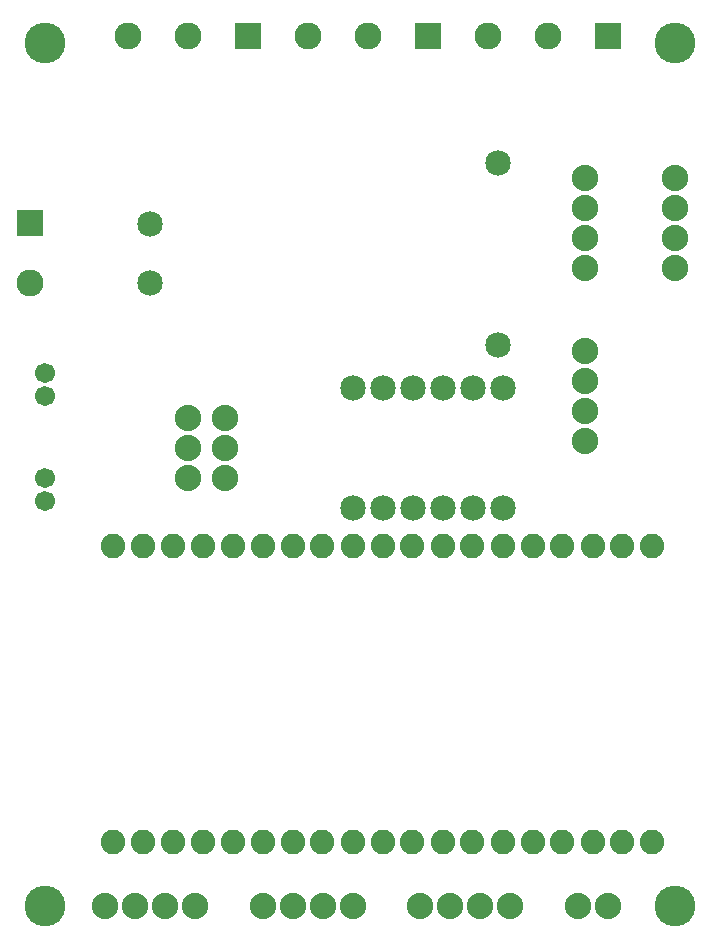
<source format=gts>
G04 MADE WITH FRITZING*
G04 WWW.FRITZING.ORG*
G04 DOUBLE SIDED*
G04 HOLES PLATED*
G04 CONTOUR ON CENTER OF CONTOUR VECTOR*
%ASAXBY*%
%FSLAX23Y23*%
%MOIN*%
%OFA0B0*%
%SFA1.0B1.0*%
%ADD10C,0.081824*%
%ADD11C,0.085000*%
%ADD12C,0.067000*%
%ADD13C,0.135984*%
%ADD14C,0.090000*%
%ADD15C,0.088000*%
%ADD16R,0.090000X0.090000*%
%ADD17R,0.089986X0.090000*%
%LNMASK1*%
G90*
G70*
G54D10*
X2146Y1340D03*
X2046Y1340D03*
X1947Y1340D03*
X1846Y1340D03*
X1747Y1340D03*
X1647Y1340D03*
X1546Y1340D03*
X1447Y1340D03*
X1346Y1340D03*
X1247Y1340D03*
X1147Y1340D03*
X1046Y1340D03*
X947Y1340D03*
X847Y1340D03*
X747Y1340D03*
X647Y1340D03*
X548Y1340D03*
X447Y1340D03*
X347Y1340D03*
X347Y354D03*
X447Y354D03*
X548Y354D03*
X647Y354D03*
X747Y354D03*
X847Y354D03*
X947Y354D03*
X1046Y354D03*
X1147Y354D03*
X1247Y354D03*
X1346Y354D03*
X1447Y354D03*
X1546Y354D03*
X1647Y354D03*
X1747Y354D03*
X1846Y354D03*
X1947Y354D03*
X2046Y354D03*
X2146Y354D03*
G54D11*
X473Y2215D03*
X473Y2412D03*
X1630Y2616D03*
X1630Y2010D03*
G54D12*
X123Y1918D03*
X123Y1840D03*
X123Y1918D03*
X123Y1840D03*
X123Y1568D03*
X123Y1490D03*
X123Y1568D03*
X123Y1490D03*
G54D11*
X1148Y1865D03*
X1148Y1465D03*
X1248Y1865D03*
X1248Y1465D03*
X1348Y1865D03*
X1348Y1465D03*
X1448Y1865D03*
X1448Y1465D03*
X1648Y1865D03*
X1648Y1465D03*
X1548Y1865D03*
X1548Y1465D03*
G54D13*
X123Y3015D03*
X2223Y3015D03*
X2223Y140D03*
X123Y140D03*
G54D14*
X598Y3040D03*
X398Y3040D03*
X798Y3040D03*
X1198Y3040D03*
X998Y3040D03*
X1398Y3040D03*
X73Y2415D03*
X73Y2215D03*
X1798Y3040D03*
X1598Y3040D03*
X1998Y3040D03*
G54D15*
X1923Y1990D03*
X1923Y1890D03*
X1923Y1790D03*
X1923Y1690D03*
X1148Y139D03*
X1048Y139D03*
X948Y139D03*
X848Y139D03*
X623Y139D03*
X523Y139D03*
X423Y139D03*
X323Y139D03*
X1673Y139D03*
X1573Y139D03*
X1473Y139D03*
X1373Y139D03*
X1998Y139D03*
X1898Y139D03*
X1923Y2565D03*
X1923Y2465D03*
X1923Y2365D03*
X1923Y2265D03*
X2223Y2565D03*
X2223Y2465D03*
X2223Y2365D03*
X2223Y2265D03*
X723Y1765D03*
X723Y1665D03*
X723Y1565D03*
X598Y1765D03*
X598Y1665D03*
X598Y1565D03*
G54D16*
X798Y3040D03*
X1398Y3040D03*
G54D17*
X73Y2415D03*
G54D16*
X1998Y3040D03*
G04 End of Mask1*
M02*
</source>
